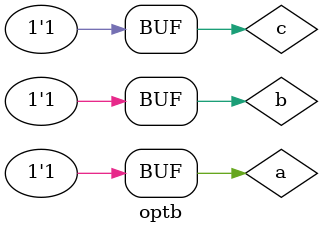
<source format=v>
module optb;
reg a,b,c;
wire o;
op h(.a(a),.b(b),.c(c),.o(o));
initial begin
$dumpfile("op.vcd");
$dumpvars;
$monitor($time,"a=%b,b=%b,c=%b,o=%b",a,b,c,o);
a=0; b=0; c=0;
#5a=0; b=0; c=0;
#5a=0; b=0; c=1;
#5a=0; b=1; c=0;
#5a=0; b=1; c=1;
#5a=1; b=0; c=0;
#5a=1; b=0; c=1;
#5a=1; b=1; c=0;
#5a=1; b=1; c=1;
end
endmodule

</source>
